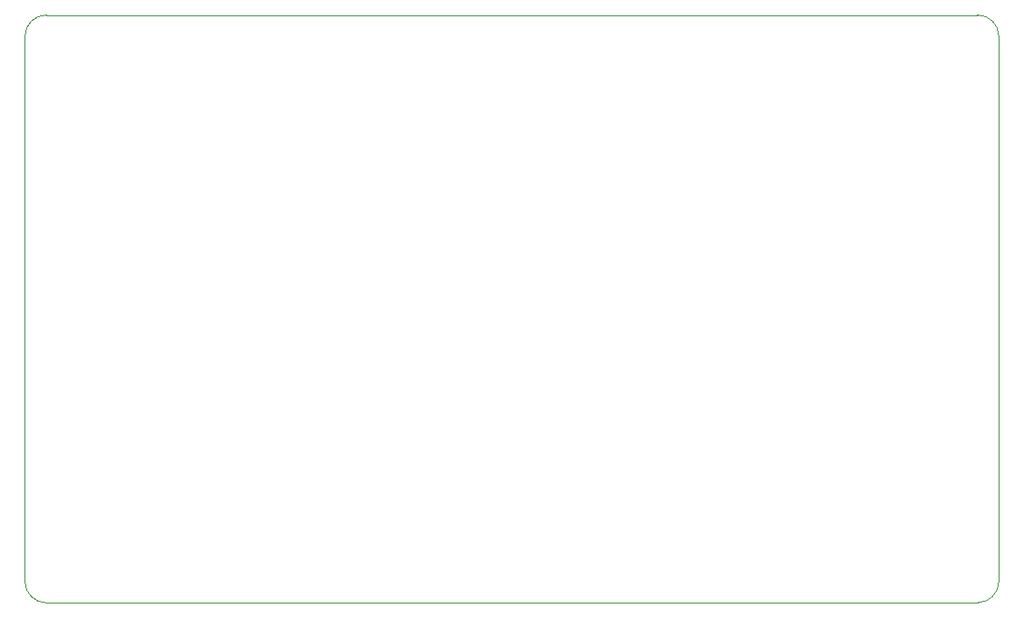
<source format=gbr>
%TF.GenerationSoftware,KiCad,Pcbnew,(7.0.0)*%
%TF.CreationDate,2023-02-28T08:30:01+09:00*%
%TF.ProjectId,sgkey,73676b65-792e-46b6-9963-61645f706362,rev?*%
%TF.SameCoordinates,Original*%
%TF.FileFunction,Profile,NP*%
%FSLAX46Y46*%
G04 Gerber Fmt 4.6, Leading zero omitted, Abs format (unit mm)*
G04 Created by KiCad (PCBNEW (7.0.0)) date 2023-02-28 08:30:01*
%MOMM*%
%LPD*%
G01*
G04 APERTURE LIST*
%TA.AperFunction,Profile*%
%ADD10C,0.100000*%
%TD*%
G04 APERTURE END LIST*
D10*
X191000000Y-129000000D02*
G75*
G03*
X193000000Y-127000000I0J2000000D01*
G01*
X193000000Y-76000000D02*
G75*
G03*
X191000000Y-74000000I-2000000J0D01*
G01*
X102000000Y-127000000D02*
G75*
G03*
X104000000Y-129000000I2000000J0D01*
G01*
X191000000Y-74000000D02*
X104000000Y-74000000D01*
X193000000Y-127000000D02*
X193000000Y-76000000D01*
X102000000Y-76000000D02*
X102000000Y-127000000D01*
X104000000Y-129000000D02*
X191000000Y-129000000D01*
X104000000Y-74000000D02*
G75*
G03*
X102000000Y-76000000I0J-2000000D01*
G01*
M02*

</source>
